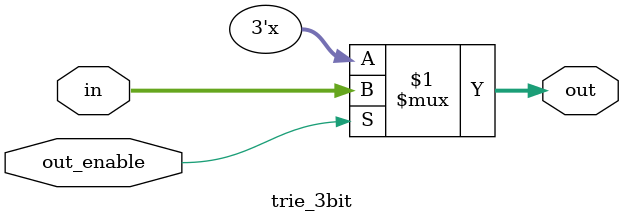
<source format=v>
module trie_3bit(in, out_enable, out);

input [2:0] in;
input out_enable;
output [2:0] out;

assign out = out_enable ? in : 3'bz;

endmodule

</source>
